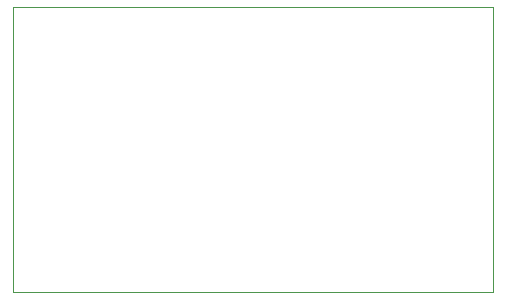
<source format=gbr>
%TF.GenerationSoftware,KiCad,Pcbnew,(6.0.10-0)*%
%TF.CreationDate,2023-02-17T12:23:13-08:00*%
%TF.ProjectId,exercise 4-2,65786572-6369-4736-9520-342d322e6b69,rev?*%
%TF.SameCoordinates,Original*%
%TF.FileFunction,Profile,NP*%
%FSLAX46Y46*%
G04 Gerber Fmt 4.6, Leading zero omitted, Abs format (unit mm)*
G04 Created by KiCad (PCBNEW (6.0.10-0)) date 2023-02-17 12:23:13*
%MOMM*%
%LPD*%
G01*
G04 APERTURE LIST*
%TA.AperFunction,Profile*%
%ADD10C,0.100000*%
%TD*%
G04 APERTURE END LIST*
D10*
X118364000Y-60960000D02*
X159004000Y-60960000D01*
X159004000Y-60960000D02*
X159004000Y-85090000D01*
X159004000Y-85090000D02*
X118364000Y-85090000D01*
X118364000Y-85090000D02*
X118364000Y-60960000D01*
M02*

</source>
